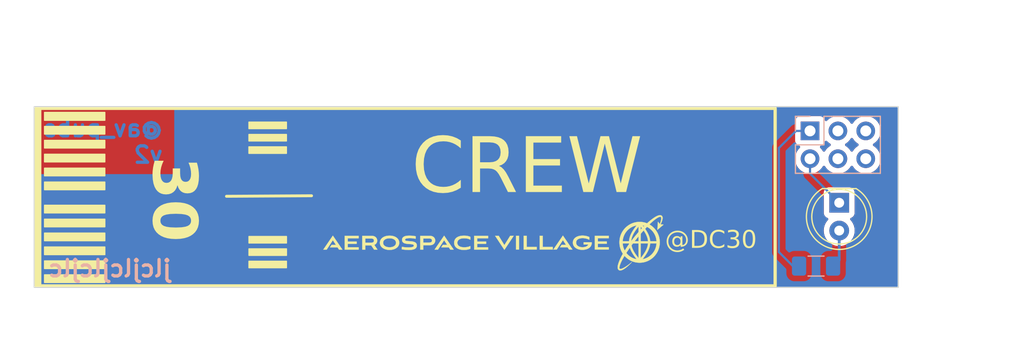
<source format=kicad_pcb>
(kicad_pcb (version 20220621) (generator pcbnew)
  (layers (0 "F.Cu" signal) (31 "B.Cu" signal) (34 "B.Paste" user) (35 "F.Paste" user) (36 "B.SilkS" user "B.Silkscreen") (37 "F.SilkS" user "F.Silkscreen") (38 "B.Mask" user) (39 "F.Mask" user) (44 "Edge.Cuts" user))
  (net 0 "")
  (footprint "LED_THT:LED_D5.0mm" (layer "F.Cu") (at 157.5 131.5 -90)
    (fp_text reference "REF**" hide)
    (fp_text value "LED_D5.0mm")
  )
  (footprint "Connector_PinHeader_2.54mm:PinHeader_2x03_P2.54mm_Vertical" (layer "B.Cu") (at 154.84 124.94 -90)
    (fp_text reference "REF**" hide)
    (fp_text value "PinHeader_2x03_P2.54mm_Vertical")
  )
  (footprint "Resistor_SMD:R_1206_3216Metric_Pad1.30x1.75mm_HandSolder" (layer "B.Cu") (at 155.39 137.28 180)
    (fp_text reference "REF**" hide)
    (fp_text value "R_1206_3216Metric_Pad1.30x1.75mm_HandSolder")
  )
  (gr_poly (pts (xy 90.559245 127.772901) (xy 85.055911 127.772901) (xy 85.055911 127.067346) (xy 90.559245 127.067346)) (stroke (width 0.1)) (fill solid) (layer "F.SilkS"))
  (gr_poly (pts (xy 107.114956 125.863793) (xy 103.688522 125.863793) (xy 103.688522 125.262231) (xy 107.114956 125.262231)) (stroke (width 0.1)) (fill solid) (layer "F.SilkS"))
  (gr_poly (pts (xy 112.212582 135.778166) (xy 111.907517 135.778166) (xy 111.767288 135.565441) (xy 111.084134 135.565441) (xy 111.230448 135.342926) (xy 111.622297 135.342926) (xy 111.342367 134.91536) (xy 111.062174 135.342926) (xy 111.062438 135.342926) (xy 110.916124 135.565441) (xy 110.914536 135.565441) (xy 110.776953 135.778166) (xy 110.471888 135.778166) (xy 111.342367 134.502609)) (stroke (width 0.02)) (fill solid) (layer "F.SilkS"))
  (gr_poly (pts (xy 107.114887 124.734902) (xy 103.688522 124.734902) (xy 103.688522 124.13334) (xy 107.114887 124.13334)) (stroke (width 0.1)) (fill solid) (layer "F.SilkS"))
  (gr_poly (pts (xy 90.559245 125.232903) (xy 85.055911 125.232903) (xy 85.055911 124.527347) (xy 90.559245 124.527347)) (stroke (width 0.1)) (fill solid) (layer "F.SilkS"))
  (gr_poly (pts (xy 113.690544 134.740205) (xy 112.695182 134.740205) (xy 112.695182 135.04527) (xy 113.510627 135.04527) (xy 113.510627 135.242914) (xy 112.695182 135.242914) (xy 112.695182 135.563059) (xy 113.690544 135.563059) (xy 113.690544 135.778166) (xy 112.422661 135.778166) (xy 112.422661 134.522718) (xy 113.690544 134.522718)) (stroke (width 0.02)) (fill solid) (layer "F.SilkS"))
  (gr_poly (pts (xy 130.47 135.537305) (xy 131.385194 135.537305) (xy 131.385194 135.772255) (xy 130.197479 135.772255) (xy 130.197479 134.516807) (xy 130.47 134.516807)) (stroke (width 0.02)) (fill solid) (layer "F.SilkS"))
  (gr_poly (pts (xy 133.183566 135.772255) (xy 132.878503 135.772255) (xy 132.738273 135.559795) (xy 132.052737 135.559795) (xy 132.199052 135.33728) (xy 132.593282 135.33728) (xy 132.313351 134.909449) (xy 131.748202 135.772255) (xy 131.442873 135.772255) (xy 132.313351 134.496963)) (stroke (width 0.02)) (fill solid) (layer "F.SilkS"))
  (gr_poly (pts (xy 126.978559 135.367178) (xy 127.508784 134.516807) (xy 127.828928 134.516807) (xy 126.978559 135.797391) (xy 126.133215 134.516807) (xy 126.456007 134.516807)) (stroke (width 0.02)) (fill solid) (layer "F.SilkS"))
  (gr_poly (pts (xy 116.511796 134.50261) (xy 116.557457 134.503318) (xy 116.602477 134.505434) (xy 116.646803 134.508943) (xy 116.690382 134.513831) (xy 116.733162 134.520083) (xy 116.775089 134.527686) (xy 116.81611 134.536625) (xy 116.856172 134.546886) (xy 116.895222 134.558455) (xy 116.933207 134.571317) (xy 116.970075 134.585458) (xy 117.005771 134.600864) (xy 117.040243 134.617521) (xy 117.073437 134.635414) (xy 117.105302 134.65453) (xy 117.135783 134.674853) (xy 117.164828 134.696371) (xy 117.192383 134.719067) (xy 117.218396 134.742929) (xy 117.242813 134.767942) (xy 117.265582 134.794092) (xy 117.28665 134.821364) (xy 117.305962 134.849745) (xy 117.323467 134.879219) (xy 117.339112 134.909773) (xy 117.352842 134.941393) (xy 117.364606 134.974064) (xy 117.37435 135.007772) (xy 117.38202 135.042503) (xy 117.387565 135.078243) (xy 117.390931 135.114977) (xy 117.392065 135.152691) (xy 117.39093 135.189962) (xy 117.387562 135.22631) (xy 117.382014 135.261717) (xy 117.374339 135.296166) (xy 117.364589 135.32964) (xy 117.352819 135.362122) (xy 117.339082 135.393595) (xy 117.32343 135.424042) (xy 117.305917 135.453446) (xy 117.286596 135.48179) (xy 117.265521 135.509057) (xy 117.242744 135.53523) (xy 117.218318 135.560292) (xy 117.192297 135.584227) (xy 117.164735 135.607016) (xy 117.135684 135.628643) (xy 117.073327 135.668343) (xy 117.005654 135.703192) (xy 116.93309 135.733052) (xy 116.85606 135.757789) (xy 116.774991 135.777265) (xy 116.690306 135.791345) (xy 116.602433 135.799892) (xy 116.511796 135.802772) (xy 116.466369 135.80205) (xy 116.421552 135.799895) (xy 116.377401 135.796325) (xy 116.33397 135.791356) (xy 116.291314 135.785004) (xy 116.249486 135.777287) (xy 116.208543 135.768222) (xy 116.168537 135.757826) (xy 116.129524 135.746115) (xy 116.091558 135.733106) (xy 116.054693 135.718816) (xy 116.018985 135.703262) (xy 115.984487 135.686461) (xy 115.951254 135.668429) (xy 115.919341 135.649184) (xy 115.888802 135.628742) (xy 115.859692 135.607121) (xy 115.832064 135.584336) (xy 115.805975 135.560406) (xy 115.781477 135.535346) (xy 115.758626 135.509174) (xy 115.737476 135.481907) (xy 115.718082 135.453561) (xy 115.700498 135.424153) (xy 115.684778 135.393701) (xy 115.670977 135.36222) (xy 115.659151 135.329728) (xy 115.649352 135.296242) (xy 115.641636 135.261778) (xy 115.636057 135.226354) (xy 115.632669 135.189986) (xy 115.631536 135.152955) (xy 115.924157 135.152955) (xy 115.924878 135.176363) (xy 115.927021 135.199201) (xy 115.930559 135.221458) (xy 115.935462 135.243123) (xy 115.941703 135.264184) (xy 115.949253 135.28463) (xy 115.958083 135.30445) (xy 115.968165 135.323632) (xy 115.97947 135.342165) (xy 115.991971 135.360037) (xy 116.005638 135.377238) (xy 116.020444 135.393755) (xy 116.03636 135.409577) (xy 116.053356 135.424693) (xy 116.071406 135.439092) (xy 116.090481 135.452761) (xy 116.131589 135.477869) (xy 116.176454 135.499924) (xy 116.224848 135.518836) (xy 116.276545 135.534513) (xy 116.331315 135.546866) (xy 116.388932 135.555802) (xy 116.449168 135.56123) (xy 116.511796 135.563059) (xy 116.543395 135.5626) (xy 116.574424 135.56123) (xy 116.604856 135.55896) (xy 116.634661 135.555802) (xy 116.663811 135.551766) (xy 116.692278 135.546866) (xy 116.720033 135.541111) (xy 116.747048 135.534513) (xy 116.773295 135.527085) (xy 116.798744 135.518836) (xy 116.823368 135.509778) (xy 116.847139 135.499924) (xy 116.870026 135.489283) (xy 116.892004 135.477869) (xy 116.913042 135.465691) (xy 116.933112 135.452761) (xy 116.952186 135.439092) (xy 116.970236 135.424693) (xy 116.987233 135.409577) (xy 117.003149 135.393755) (xy 117.017954 135.377238) (xy 117.031622 135.360037) (xy 117.044122 135.342165) (xy 117.055428 135.323632) (xy 117.06551 135.30445) (xy 117.07434 135.28463) (xy 117.08189 135.264184) (xy 117.08813 135.243123) (xy 117.093034 135.221458) (xy 117.096571 135.199201) (xy 117.098715 135.176363) (xy 117.099435 135.152955) (xy 117.098715 135.129129) (xy 117.096571 135.105925) (xy 117.093034 135.083353) (xy 117.08813 135.06142) (xy 117.08189 135.040137) (xy 117.07434 135.019512) (xy 117.06551 134.999553) (xy 117.055428 134.980269) (xy 117.044122 134.96167) (xy 117.031622 134.943763) (xy 117.017954 134.926558) (xy 117.003149 134.910063) (xy 116.987233 134.894288) (xy 116.970236 134.87924) (xy 116.952186 134.864929) (xy 116.933112 134.851363) (xy 116.892004 134.826504) (xy 116.847139 134.804731) (xy 116.798744 134.786116) (xy 116.747048 134.770728) (xy 116.692278 134.758637) (xy 116.634661 134.749914) (xy 116.574424 134.744629) (xy 116.511796 134.742851) (xy 116.480197 134.743297) (xy 116.449168 134.744629) (xy 116.418737 134.746837) (xy 116.388932 134.749914) (xy 116.359782 134.75385) (xy 116.331315 134.758637) (xy 116.30356 134.764266) (xy 116.276545 134.770728) (xy 116.250298 134.778014) (xy 116.224848 134.786116) (xy 116.200224 134.795024) (xy 116.176454 134.804731) (xy 116.153566 134.815227) (xy 116.131589 134.826504) (xy 116.110551 134.838552) (xy 116.090481 134.851363) (xy 116.071406 134.864929) (xy 116.053356 134.87924) (xy 116.03636 134.894288) (xy 116.020444 134.910063) (xy 116.005638 134.926558) (xy 115.991971 134.943763) (xy 115.97947 134.96167) (xy 115.968165 134.980269) (xy 115.958083 134.999553) (xy 115.949253 135.019512) (xy 115.941703 135.040137) (xy 115.935462 135.06142) (xy 115.930559 135.083353) (xy 115.927021 135.105925) (xy 115.924878 135.129129) (xy 115.924157 135.152955) (xy 115.631536 135.152955) (xy 115.631528 135.152691) (xy 115.632669 135.114977) (xy 115.636057 135.078243) (xy 115.641636 135.042503) (xy 115.649352 135.007772) (xy 115.659151 134.974064) (xy 115.670977 134.941393) (xy 115.684778 134.909773) (xy 115.700498 134.879219) (xy 115.718082 134.849745) (xy 115.737476 134.821364) (xy 115.758626 134.794092) (xy 115.781477 134.767942) (xy 115.805975 134.742929) (xy 115.832064 134.719067) (xy 115.859692 134.69637) (xy 115.888802 134.674853) (xy 115.951254 134.635414) (xy 116.018985 134.600864) (xy 116.091558 134.571317) (xy 116.168537 134.546886) (xy 116.249486 134.527686) (xy 116.33397 134.513831) (xy 116.421552 134.505434) (xy 116.511796 134.502609)) (stroke (width 0.02)) (fill solid) (layer "F.SilkS"))
  (gr_poly (pts (xy 107.117819 135.177122) (xy 103.691454 135.177122) (xy 103.691454 134.57556) (xy 107.117819 134.57556)) (stroke (width 0.1)) (fill solid) (layer "F.SilkS"))
  (gr_poly (pts (xy 107.116421 137.434901) (xy 103.689987 137.434901) (xy 103.689987 136.833341) (xy 107.116421 136.833341)) (stroke (width 0.1)) (fill solid) (layer "F.SilkS"))
  (gr_poly (pts (xy 118.365137 134.503037) (xy 118.41204 134.504268) (xy 118.458096 134.506225) (xy 118.503113 134.508831) (xy 118.589269 134.515683) (xy 118.668978 134.524206) (xy 118.740713 134.533783) (xy 118.802944 134.543798) (xy 118.854143 134.553632) (xy 118.892782 134.56267) (xy 118.880347 134.790212) (xy 118.835179 134.778287) (xy 118.784262 134.767098) (xy 118.727677 134.756907) (xy 118.665506 134.747977) (xy 118.597827 134.740574) (xy 118.524722 134.734959) (xy 118.446272 134.731397) (xy 118.362557 134.730151) (xy 118.321309 134.730463) (xy 118.280335 134.73147) (xy 118.239964 134.733278) (xy 118.200525 134.735993) (xy 118.162348 134.739719) (xy 118.125762 134.744564) (xy 118.091097 134.750633) (xy 118.074588 134.75416) (xy 118.058683 134.758032) (xy 118.043422 134.762263) (xy 118.028848 134.766866) (xy 118.015001 134.771854) (xy 118.001922 134.777241) (xy 117.989653 134.78304) (xy 117.978235 134.789264) (xy 117.967709 134.795926) (xy 117.958116 134.80304) (xy 117.949497 134.810618) (xy 117.941894 134.818674) (xy 117.935348 134.827222) (xy 117.929899 134.836273) (xy 117.92559 134.845843) (xy 117.922461 134.855943) (xy 117.920553 134.866587) (xy 117.919908 134.877789) (xy 117.91991 134.877789) (xy 117.922995 134.900517) (xy 117.931988 134.920117) (xy 117.946496 134.93686) (xy 117.966123 134.951018) (xy 117.990477 134.962862) (xy 118.019164 134.972664) (xy 118.051788 134.980695) (xy 118.087958 134.987227) (xy 118.169354 134.996878) (xy 118.260201 135.00379) (xy 118.457643 135.018084) (xy 118.557935 135.02981) (xy 118.655072 135.047484) (xy 118.701473 135.05923) (xy 118.745904 135.073278) (xy 118.78797 135.089899) (xy 118.827278 135.109365) (xy 118.863434 135.131947) (xy 118.896044 135.157916) (xy 118.924714 135.187545) (xy 118.94905 135.221104) (xy 118.968658 135.258865) (xy 118.983145 135.3011) (xy 118.992116 135.34808) (xy 118.995177 135.400076) (xy 118.994097 135.431819) (xy 118.990907 135.461892) (xy 118.985677 135.490336) (xy 118.978481 135.517197) (xy 118.969388 135.542516) (xy 118.958473 135.566339) (xy 118.945805 135.588708) (xy 118.931458 135.609667) (xy 118.915502 135.62926) (xy 118.898011 135.647529) (xy 118.879055 135.664519) (xy 118.858706 135.680273) (xy 118.837037 135.694834) (xy 118.814119 135.708246) (xy 118.764824 135.731797) (xy 118.711396 135.751274) (xy 118.65441 135.767025) (xy 118.59444 135.779398) (xy 118.532061 135.788741) (xy 118.467849 135.795401) (xy 118.402377 135.799728) (xy 118.336221 135.802069) (xy 118.269955 135.802772) (xy 118.188269 135.801856) (xy 118.105169 135.799163) (xy 118.021598 135.794777) (xy 117.938498 135.788782) (xy 117.856812 135.781262) (xy 117.777482 135.772299) (xy 117.701452 135.761979) (xy 117.629663 135.750384) (xy 117.639717 135.522843) (xy 117.713312 135.535208) (xy 117.78616 135.545915) (xy 117.858703 135.554966) (xy 117.931387 135.562365) (xy 118.004653 135.568114) (xy 118.078945 135.572216) (xy 118.154708 135.574676) (xy 118.232383 135.575495) (xy 118.280803 135.575123) (xy 118.328327 135.573935) (xy 118.374647 135.571822) (xy 118.419456 135.568673) (xy 118.462446 135.564381) (xy 118.503311 135.558835) (xy 118.541742 135.551927) (xy 118.559949 135.547927) (xy 118.577433 135.543546) (xy 118.594155 135.53877) (xy 118.610076 135.533585) (xy 118.625158 135.527976) (xy 118.639364 135.521932) (xy 118.652653 135.515438) (xy 118.664989 135.50848) (xy 118.676332 135.501045) (xy 118.686644 135.493118) (xy 118.695887 135.484688) (xy 118.704022 135.475738) (xy 118.711011 135.466257) (xy 118.716815 135.456231) (xy 118.721396 135.445645) (xy 118.724716 135.434486) (xy 118.726737 135.422741) (xy 118.727419 135.410395) (xy 118.724327 135.385652) (xy 118.715316 135.364224) (xy 118.70078 135.345831) (xy 118.681113 135.330198) (xy 118.656711 135.317047) (xy 118.627968 135.306101) (xy 118.595278 135.297083) (xy 118.559036 135.289716) (xy 118.477476 135.278827) (xy 118.386444 135.271217) (xy 118.188594 135.25697) (xy 118.088091 135.245899) (xy 117.990744 135.229241) (xy 117.944242 135.218124) (xy 117.899713 135.204779) (xy 117.857551 135.18893) (xy 117.818152 135.170298) (xy 117.781911 135.148607) (xy 117.749221 135.12358) (xy 117.720477 135.09494) (xy 117.696075 135.062409) (xy 117.676408 135.025711) (xy 117.661872 134.984569) (xy 117.652861 134.938705) (xy 117.64977 134.887843) (xy 117.650883 134.856801) (xy 117.654165 134.827444) (xy 117.659525 134.799726) (xy 117.666875 134.7736) (xy 117.676124 134.74902) (xy 117.687184 134.725942) (xy 117.699965 134.704319) (xy 117.714378 134.684105) (xy 117.730333 134.665255) (xy 117.747742 134.647722) (xy 117.766514 134.631462) (xy 117.786561 134.616427) (xy 117.807794 134.602572) (xy 117.830122 134.589852) (xy 117.877708 134.567631) (xy 117.928606 134.549397) (xy 117.982101 134.534784) (xy 118.037478 134.523425) (xy 118.094022 134.514954) (xy 118.151018 134.509003) (xy 118.207753 134.505207) (xy 118.263511 134.503198) (xy 118.317578 134.502609)) (stroke (width 0.02)) (fill solid) (layer "F.SilkS"))
  (gr_poly (pts (xy 90.559245 129.042901) (xy 85.055911 129.042901) (xy 85.055911 128.337345) (xy 90.559245 128.337345)) (stroke (width 0.1)) (fill solid) (layer "F.SilkS"))
  (gr_poly (pts (xy 128.311529 135.772255) (xy 128.039008 135.772255) (xy 128.039008 134.516807) (xy 128.311529 134.516807)) (stroke (width 0.02)) (fill solid) (layer "F.SilkS"))
  (gr_poly (pts (xy 129.009499 135.537305) (xy 129.924694 135.537305) (xy 129.924694 135.772255) (xy 128.736715 135.772255) (xy 128.736715 134.516807) (xy 129.009499 134.516807)) (stroke (width 0.02)) (fill solid) (layer "F.SilkS"))
  (gr_rect (start 84.25 122.88) (end 84.62 139.07) (stroke (width 0.3)) (fill solid) (layer "F.SilkS"))
  (gr_poly (pts (xy 114.919035 134.523399) (xy 114.950836 134.525407) (xy 114.981353 134.528693) (xy 115.010602 134.533206) (xy 115.038598 134.538895) (xy 115.065359 134.54571) (xy 115.0909 134.553601) (xy 115.115239 134.562517) (xy 115.138391 134.572408) (xy 115.160373 134.583223) (xy 115.181202 134.594912) (xy 115.200894 134.607424) (xy 115.219465 134.62071) (xy 115.236932 134.634718) (xy 115.253311 134.649398) (xy 115.268619 134.6647) (xy 115.282871 134.680573) (xy 115.296085 134.696967) (xy 115.308277 134.713832) (xy 115.319463 134.731116) (xy 115.32966 134.74877) (xy 115.338885 134.766743) (xy 115.347152 134.784985) (xy 115.35448 134.803445) (xy 115.360884 134.822073) (xy 115.366381 134.840818) (xy 115.374719 134.878459) (xy 115.379625 134.915964) (xy 115.381232 134.95293) (xy 115.380345 134.981629) (xy 115.377647 135.010475) (xy 115.373083 135.039318) (xy 115.366597 135.068008) (xy 115.358132 135.096393) (xy 115.353141 135.110425) (xy 115.347634 135.124325) (xy 115.341604 135.138073) (xy 115.335045 135.151651) (xy 115.32795 135.165041) (xy 115.320312 135.178223) (xy 115.312123 135.191179) (xy 115.303376 135.203889) (xy 115.294065 135.216336) (xy 115.284184 135.2285) (xy 115.273723 135.240362) (xy 115.262678 135.251905) (xy 115.25104 135.263108) (xy 115.238803 135.273953) (xy 115.22596 135.284421) (xy 115.212504 135.294494) (xy 115.198428 135.304152) (xy 115.183725 135.313378) (xy 115.168387 135.322151) (xy 115.152409 135.330454) (xy 115.135782 135.338267) (xy 115.118501 135.345572) (xy 115.408483 135.778166) (xy 115.103418 135.778166) (xy 114.838306 135.385524) (xy 114.300673 135.385524) (xy 114.300673 135.778166) (xy 114.028152 135.778166) (xy 114.028152 135.145282) (xy 114.300938 135.145282) (xy 114.846245 135.145282) (xy 114.865191 135.144986) (xy 114.883154 135.144111) (xy 114.900157 135.142677) (xy 114.916226 135.140707) (xy 114.931387 135.138221) (xy 114.945663 135.13524) (xy 114.959082 135.131785) (xy 114.971666 135.127878) (xy 114.983442 135.123539) (xy 114.994435 135.118789) (xy 115.004669 135.113649) (xy 115.01417 135.108141) (xy 115.022963 135.102285) (xy 115.031073 135.096102) (xy 115.038525 135.089614) (xy 115.045344 135.082841) (xy 115.051556 135.075804) (xy 115.057185 135.068526) (xy 115.062256 135.061025) (xy 115.066795 135.053324) (xy 115.070827 135.045444) (xy 115.074376 135.037405) (xy 115.077468 135.029229) (xy 115.080129 135.020937) (xy 115.082382 135.012549) (xy 115.084253 135.004087) (xy 115.086951 134.987023) (xy 115.088422 134.969915) (xy 115.088868 134.95293) (xy 115.088422 134.93722) (xy 115.086951 134.921169) (xy 115.084253 134.904965) (xy 115.080128 134.888794) (xy 115.074376 134.872843) (xy 115.070826 134.865008) (xy 115.066795 134.857299) (xy 115.062256 134.849738) (xy 115.057184 134.842349) (xy 115.051555 134.835155) (xy 115.045344 134.828179) (xy 115.038525 134.821446) (xy 115.031073 134.814977) (xy 115.022963 134.808797) (xy 115.01417 134.802929) (xy 115.004668 134.797396) (xy 114.994434 134.792222) (xy 114.983442 134.78743) (xy 114.971666 134.783043) (xy 114.959081 134.779085) (xy 114.945663 134.775579) (xy 114.931387 134.772548) (xy 114.916226 134.770015) (xy 114.900157 134.768005) (xy 114.883154 134.766541) (xy 114.865191 134.765645) (xy 114.846245 134.765341) (xy 114.300938 134.765341) (xy 114.300938 135.145282) (xy 114.028152 135.145282) (xy 114.028152 134.522718) (xy 114.885931 134.522718)) (stroke (width 0.02)) (fill solid) (layer "F.SilkS"))
  (gr_poly (pts (xy 139.630668 133.966349) (xy 139.630825 133.966566) (xy 139.631138 133.967011) (xy 139.640692 133.980743) (xy 139.641338 133.981681) (xy 139.651637 133.996975) (xy 139.661878 134.012321) (xy 139.672217 134.027596) (xy 139.586578 134.123355) (xy 139.50153 134.219574) (xy 139.476067 134.248748) (xy 139.450802 134.278106) (xy 139.400451 134.336983) (xy 139.400451 133.963569) (xy 139.463772 133.895148) (xy 139.495621 133.861105) (xy 139.527675 133.82725)) (stroke (width 0.02)) (fill solid) (layer "F.SilkS"))
  (gr_poly (pts (xy 139.746369 133.608619) (xy 139.747922 133.609072) (xy 139.74841 133.60921) (xy 139.760131 133.612605) (xy 139.761256 133.612944) (xy 139.761931 133.613159) (xy 139.822892 133.633679) (xy 139.88192 133.656388) (xy 139.883367 133.656972) (xy 139.884807 133.65757) (xy 139.942615 133.682667) (xy 139.977976 133.699823) (xy 139.934964 133.74453) (xy 139.892162 133.789468) (xy 139.8496 133.834653) (xy 139.8073 133.880111) (xy 139.807299 133.880111) (xy 139.806586 133.879069) (xy 139.806059 133.87835) (xy 139.777403 133.838002) (xy 139.747984 133.797473) (xy 139.718379 133.757504) (xy 139.68865 133.718106) (xy 139.682524 133.71018) (xy 139.676406 133.702425) (xy 139.671653 133.696419) (xy 139.665571 133.688654) (xy 139.664156 133.686841) (xy 139.68389 133.666987) (xy 139.703705 133.647206) (xy 139.743475 133.607781)) (stroke (width 0.02)) (fill solid) (layer "F.SilkS"))
  (gr_poly (pts (xy 90.559245 136.239568) (xy 85.055911 136.239568) (xy 85.055911 135.534012) (xy 90.559245 135.534012)) (stroke (width 0.1)) (fill solid) (layer "F.SilkS"))
  (gr_poly (pts (xy 90.559245 126.502903) (xy 85.055911 126.502903) (xy 85.055911 125.797347) (xy 90.559245 125.797347)) (stroke (width 0.1)) (fill solid) (layer "F.SilkS"))
  (gr_poly (pts (xy 90.559245 134.969567) (xy 85.055911 134.969567) (xy 85.055911 134.264011) (xy 90.559245 134.264011)) (stroke (width 0.1)) (fill solid) (layer "F.SilkS"))
  (gr_poly (pts (xy 134.133334 134.497282) (xy 134.177298 134.499019) (xy 134.220814 134.501891) (xy 134.263834 134.505881) (xy 134.306312 134.51097) (xy 134.3482 134.517139) (xy 134.389451 134.524372) (xy 134.430017 134.532649) (xy 134.469852 134.541952) (xy 134.508907 134.552264) (xy 134.547137 134.563565) (xy 134.584492 134.575838) (xy 134.620927 134.589064) (xy 134.656394 134.603226) (xy 134.690845 134.618305) (xy 134.724233 134.634282) (xy 134.724233 134.876905) (xy 134.657634 134.846758) (xy 134.588709 134.818639) (xy 134.553237 134.805531) (xy 134.517019 134.793161) (xy 134.479999 134.781605) (xy 134.442122 134.770939) (xy 134.403334 134.761241) (xy 134.363579 134.752587) (xy 134.322803 134.745054) (xy 134.28095 134.738718) (xy 134.237965 134.733657) (xy 134.193793 134.729946) (xy 134.14838 134.727664) (xy 134.10167 134.726886) (xy 134.053065 134.728003) (xy 134.003293 134.731481) (xy 133.952947 134.737509) (xy 133.902621 134.746279) (xy 133.852909 134.757981) (xy 133.828469 134.76499) (xy 133.804405 134.772804) (xy 133.780791 134.781446) (xy 133.757702 134.79094) (xy 133.735212 134.801309) (xy 133.713395 134.812578) (xy 133.692324 134.82477) (xy 133.672076 134.837909) (xy 133.652723 134.852019) (xy 133.63434 134.867123) (xy 133.617001 134.883246) (xy 133.60078 134.900411) (xy 133.585752 134.918641) (xy 133.571991 134.937962) (xy 133.559571 134.958396) (xy 133.548566 134.979967) (xy 133.53905 135.002699) (xy 133.531098 135.026616) (xy 133.524784 135.051742) (xy 133.520182 135.0781) (xy 133.517367 135.105715) (xy 133.516412 135.134609) (xy 133.517132 135.159364) (xy 133.519272 135.183466) (xy 133.522803 135.206907) (xy 133.527696 135.229679) (xy 133.533922 135.251772) (xy 133.541451 135.273178) (xy 133.550255 135.293888) (xy 133.560303 135.313893) (xy 133.571568 135.333185) (xy 133.584019 135.351754) (xy 133.597627 135.369593) (xy 133.612364 135.386691) (xy 133.628199 135.403041) (xy 133.645104 135.418634) (xy 133.66305 135.43346) (xy 133.682007 135.447512) (xy 133.701946 135.46078) (xy 133.722839 135.473255) (xy 133.767365 135.495794) (xy 133.815352 135.515057) (xy 133.866566 135.530975) (xy 133.920774 135.543479) (xy 133.977742 135.552496) (xy 134.037236 135.557958) (xy 134.099023 135.559794) (xy 134.136177 135.559099) (xy 134.174302 135.556935) (xy 134.21308 135.553186) (xy 134.252192 135.547735) (xy 134.29132 135.540466) (xy 134.330144 135.531261) (xy 134.368347 135.520005) (xy 134.40561 135.50658) (xy 134.423789 135.499018) (xy 134.441613 135.49087) (xy 134.459044 135.482122) (xy 134.47604 135.472758) (xy 134.492562 135.462765) (xy 134.50857 135.452128) (xy 134.524024 135.440832) (xy 134.538885 135.428863) (xy 134.553113 135.416205) (xy 134.566668 135.402846) (xy 134.579509 135.388769) (xy 134.591598 135.37396) (xy 134.602894 135.358405) (xy 134.613358 135.34209) (xy 134.62295 135.324998) (xy 134.631629 135.307117) (xy 134.199036 135.307117) (xy 134.199036 135.104446) (xy 134.936695 135.104446) (xy 134.936809 135.112576) (xy 134.937109 135.120272) (xy 134.938018 135.135403) (xy 134.938504 135.143359) (xy 134.938928 135.151923) (xy 134.939227 135.161355) (xy 134.939341 135.171915) (xy 134.938172 135.209581) (xy 134.934708 135.246127) (xy 134.929014 135.281549) (xy 134.921153 135.315841) (xy 134.911192 135.348998) (xy 134.899194 135.381016) (xy 134.885224 135.411889) (xy 134.869346 135.441612) (xy 134.851626 135.470181) (xy 134.832127 135.497591) (xy 134.810914 135.523836) (xy 134.788053 135.548911) (xy 134.763606 135.572812) (xy 134.73764 135.595533) (xy 134.710218 135.617069) (xy 134.681405 135.637417) (xy 134.619866 135.674522) (xy 134.553538 135.70681) (xy 134.482938 135.73424) (xy 134.408583 135.756773) (xy 134.330989 135.774367) (xy 134.250674 135.786984) (xy 134.168153 135.794584) (xy 134.083944 135.797126) (xy 134.041228 135.796446) (xy 133.998896 135.794411) (xy 133.957012 135.791029) (xy 133.915641 135.786307) (xy 133.874846 135.780254) (xy 133.834689 135.772878) (xy 133.795236 135.764185) (xy 133.75655 135.754185) (xy 133.718695 135.742884) (xy 133.681734 135.73029) (xy 133.64573 135.716412) (xy 133.610749 135.701257) (xy 133.576853 135.684833) (xy 133.544106 135.667148) (xy 133.512571 135.648209) (xy 133.482314 135.628024) (xy 133.453396 135.606601) (xy 133.425883 135.583949) (xy 133.399837 135.560074) (xy 133.375322 135.534984) (xy 133.352403 135.508688) (xy 133.331142 135.481193) (xy 133.311604 135.452507) (xy 133.293852 135.422637) (xy 133.27795 135.391592) (xy 133.263961 135.359379) (xy 133.25195 135.326007) (xy 133.24198 135.291482) (xy 133.234114 135.255813) (xy 133.228417 135.219007) (xy 133.224952 135.181073) (xy 133.223783 135.142018) (xy 133.225023 135.101221) (xy 133.228692 135.061824) (xy 133.234713 135.02382) (xy 133.24301 134.987201) (xy 133.253506 134.95196) (xy 133.266126 134.918092) (xy 133.280792 134.885589) (xy 133.297428 134.854444) (xy 133.315958 134.824651) (xy 133.336305 134.796202) (xy 133.358393 134.769092) (xy 133.382145 134.743312) (xy 133.407485 134.718856) (xy 133.434337 134.695717) (xy 133.462623 134.67389) (xy 133.492268 134.653365) (xy 133.555328 134.6162) (xy 133.622905 134.584168) (xy 133.694387 134.557214) (xy 133.769162 134.535282) (xy 133.84662 134.51832) (xy 133.926148 134.506272) (xy 134.007135 134.499083) (xy 134.088969 134.496699)) (stroke (width 0.02)) (fill solid) (layer "F.SilkS"))
  (gr_poly (pts (xy 138.667325 135.255053) (xy 138.632146 135.302416) (xy 138.597176 135.349927) (xy 138.562442 135.397551) (xy 138.561759 135.39478) (xy 138.545097 135.302517) (xy 138.544999 135.301885) (xy 138.544917 135.301285) (xy 138.534468 135.207834) (xy 138.702716 135.207834)) (stroke (width 0.02)) (fill solid) (layer "F.SilkS"))
  (gr_poly (pts (xy 90.559245 138.77957) (xy 85.055911 138.77957) (xy 85.055911 138.074014) (xy 90.559245 138.074014)) (stroke (width 0.1)) (fill solid) (layer "F.SilkS"))
  (gr_poly (pts (xy 107.113495 126.992681) (xy 103.687061 126.992681) (xy 103.687061 126.39112) (xy 107.113495 126.39112)) (stroke (width 0.1)) (fill solid) (layer "F.SilkS"))
  (gr_line (start 101.64591 130.90832) (end 109.4 130.86) (stroke (width 0.264583)) (layer "F.SilkS"))
  (gr_poly (pts (xy 141.167111 132.635449) (xy 141.172625 132.635545) (xy 141.178177 132.635721) (xy 141.183765 132.635981) (xy 141.189391 132.636328) (xy 141.195054 132.636764) (xy 141.200754 132.637291) (xy 141.206491 132.637913) (xy 141.21217 132.638575) (xy 141.217899 132.639386) (xy 141.223676 132.64037) (xy 141.229503 132.641553) (xy 141.23538 132.64296) (xy 141.241306 132.644614) (xy 141.244288 132.645542) (xy 141.247283 132.646541) (xy 141.25029 132.647614) (xy 141.25331 132.648765) (xy 141.276615 132.65724) (xy 141.279492 132.658764) (xy 141.282363 132.660352) (xy 141.285228 132.661996) (xy 141.288084 132.663686) (xy 141.290926 132.665414) (xy 141.293754 132.667169) (xy 141.299353 132.670728) (xy 141.304903 132.674273) (xy 141.310404 132.677846) (xy 141.31312 132.67968) (xy 141.315806 132.681567) (xy 141.318454 132.683522) (xy 141.321057 132.685559) (xy 141.339558 132.704317) (xy 141.341969 132.70663) (xy 141.34425 132.709) (xy 141.346413 132.711423) (xy 141.348468 132.713894) (xy 141.350427 132.716409) (xy 141.352303 132.718963) (xy 141.354105 132.721551) (xy 141.355847 132.724168) (xy 141.359193 132.729473) (xy 141.362432 132.734839) (xy 141.365658 132.74023) (xy 141.368961 132.745607) (xy 141.37439 132.756594) (xy 141.379189 132.767526) (xy 141.383395 132.778398) (xy 141.387043 132.789205) (xy 141.390166 132.799942) (xy 141.3928 132.810604) (xy 141.39498 132.821186) (xy 141.396741 132.831683) (xy 141.398117 132.84209) (xy 141.399143 132.852402) (xy 141.399855 132.862615) (xy 141.400288 132.872722) (xy 141.400452 132.892603) (xy 141.399916 132.912005) (xy 141.398719 132.931207) (xy 141.396947 132.95013) (xy 141.394646 132.968787) (xy 141.391864 132.987193) (xy 141.388649 133.005364) (xy 141.385046 133.023314) (xy 141.381103 133.041058) (xy 141.376868 133.058611) (xy 141.361529 133.114113) (xy 141.34439 133.16856) (xy 141.32561 133.22204) (xy 141.305345 133.274638) (xy 141.283752 133.326443) (xy 141.260991 133.377541) (xy 141.237217 133.428019) (xy 141.212588 133.477965) (xy 141.486422 133.497034) (xy 140.923924 133.971423) (xy 140.976582 133.237463) (xy 141.150111 133.444376) (xy 141.168658 133.39379) (xy 141.186463 133.343058) (xy 141.203332 133.292208) (xy 141.21907 133.241266) (xy 141.233481 133.190263) (xy 141.246369 133.139227) (xy 141.257539 133.088185) (xy 141.266796 133.037165) (xy 141.269125 133.021109) (xy 141.271132 133.005107) (xy 141.272792 132.989192) (xy 141.27408 132.973394) (xy 141.274972 132.957746) (xy 141.275441 132.942277) (xy 141.275463 132.92702) (xy 141.275013 132.912005) (xy 141.274647 132.904636) (xy 141.274141 132.897326) (xy 141.273495 132.890098) (xy 141.272705 132.882973) (xy 141.271769 132.875972) (xy 141.270685 132.869118) (xy 141.26945 132.862431) (xy 141.268063 132.855933) (xy 141.26652 132.849646) (xy 141.264821 132.843591) (xy 141.262961 132.837791) (xy 141.26094 132.832266) (xy 141.258755 132.827039) (xy 141.256403 132.82213) (xy 141.253882 132.817561) (xy 141.25119 132.813355) (xy 141.248397 132.809594) (xy 141.24556 132.806143) (xy 141.242662 132.802989) (xy 141.239684 132.800119) (xy 141.236606 132.797519) (xy 141.233411 132.795178) (xy 141.23008 132.793083) (xy 141.226593 132.791221) (xy 141.222933 132.789578) (xy 141.219081 132.788143) (xy 141.215018 132.786903) (xy 141.210725 132.785845) (xy 141.206184 132.784955) (xy 141.201375 132.784223) (xy 141.196282 132.783634) (xy 141.190884 132.783176) (xy 141.185243 132.783064) (xy 141.179438 132.783128) (xy 141.17348 132.783367) (xy 141.16738 132.783783) (xy 141.161146 132.784378) (xy 141.154788 132.785152) (xy 141.148318 132.786107) (xy 141.141745 132.787244) (xy 141.135078 132.788563) (xy 141.128329 132.790067) (xy 141.121507 132.791755) (xy 141.114622 132.793631) (xy 141.107684 132.795694) (xy 141.100703 132.797945) (xy 141.093689 132.800387) (xy 141.086653 132.803019) (xy 141.072555 132.808135) (xy 141.058444 132.813645) (xy 141.044326 132.81953) (xy 141.030206 132.825769) (xy 141.001985 132.839232) (xy 140.973829 132.853872) (xy 140.945784 132.869529) (xy 140.917898 132.886043) (xy 140.890218 132.903252) (xy 140.862791 132.920997) (xy 140.835394 132.939175) (xy 140.808169 132.957773) (xy 140.781113 132.976763) (xy 140.754221 132.996117) (xy 140.72749 133.015805) (xy 140.700917 133.035799) (xy 140.674498 133.056072) (xy 140.64823 133.076594) (xy 140.59621 133.118616) (xy 140.544716 133.161494) (xy 140.493729 133.205167) (xy 140.443232 133.249572) (xy 140.393205 133.294646) (xy 140.343632 133.340328) (xy 140.294494 133.386555) (xy 140.245774 133.433265) (xy 140.239518 133.439235) (xy 140.233312 133.445261) (xy 140.220993 133.457415) (xy 140.208701 133.469599) (xy 140.196333 133.481672) (xy 140.257433 133.517245) (xy 140.332016 133.565665) (xy 140.404083 133.617565) (xy 140.473519 133.672831) (xy 140.540208 133.731344) (xy 140.604037 133.792989) (xy 140.664888 133.857648) (xy 140.722648 133.925205) (xy 140.777201 133.995543) (xy 140.828432 134.068546) (xy 140.876226 134.144096) (xy 140.920468 134.222077) (xy 140.961043 134.302373) (xy 140.997836 134.384866) (xy 141.030731 134.46944) (xy 141.059614 134.555978) (xy 141.084368 134.644364) (xy 141.104881 134.73448) (xy 141.121035 134.826211) (xy 141.132716 134.919438) (xy 141.139809 135.014047) (xy 141.142199 135.109919) (xy 141.139809 135.205791) (xy 141.132716 135.3004) (xy 141.121035 135.393628) (xy 141.104881 135.485358) (xy 141.084368 135.575475) (xy 141.059614 135.66386) (xy 141.030731 135.750398) (xy 140.997836 135.834972) (xy 140.961043 135.917466) (xy 140.920468 135.997761) (xy 140.876226 136.075742) (xy 140.828432 136.151293) (xy 140.777201 136.224295) (xy 140.722648 136.294633) (xy 140.664888 136.36219) (xy 140.604037 136.426849) (xy 140.540208 136.488494) (xy 140.473519 136.547007) (xy 140.404083 136.602273) (xy 140.332016 136.654173) (xy 140.257433 136.702593) (xy 140.180448 136.747414) (xy 140.101178 136.788521) (xy 140.019737 136.825796) (xy 139.936241 136.859122) (xy 139.850803 136.888384) (xy 139.763541 136.913464) (xy 139.674568 136.934246) (xy 139.583999 136.950613) (xy 139.491951 136.962448) (xy 139.398537 136.969635) (xy 139.303874 136.972056) (xy 139.20921 136.969635) (xy 139.115794 136.962448) (xy 139.023742 136.950613) (xy 138.933169 136.934246) (xy 138.84419 136.913464) (xy 138.75692 136.888384) (xy 138.671475 136.859122) (xy 138.587969 136.825796) (xy 138.506519 136.788521) (xy 138.427238 136.747414) (xy 138.350243 136.702593) (xy 138.275648 136.654174) (xy 138.203569 136.602273) (xy 138.134122 136.547007) (xy 138.06742 136.488494) (xy 138.003579 136.42685) (xy 137.942715 136.36219) (xy 137.884943 136.294633) (xy 137.830378 136.224295) (xy 137.781931 136.155276) (xy 137.780808 136.153616) (xy 137.780789 136.15365) (xy 137.779135 136.151293) (xy 137.73133 136.075742) (xy 137.687077 135.997761) (xy 137.646491 135.917466) (xy 137.624124 135.867328) (xy 137.949532 135.867328) (xy 137.95805 135.883068) (xy 137.962349 135.890914) (xy 137.96674 135.898696) (xy 137.974855 135.912624) (xy 137.983106 135.926453) (xy 137.991494 135.940188) (xy 138.00002 135.953835) (xy 138.008682 135.967391) (xy 138.017479 135.98085) (xy 138.026409 135.994212) (xy 138.03547 136.007475) (xy 138.044665 136.020636) (xy 138.053996 136.033697) (xy 138.063456 136.046656) (xy 138.072455 136.05873) (xy 138.073027 136.059522) (xy 138.073822 136.060535) (xy 138.077575 136.06543) (xy 138.082182 136.071289) (xy 138.091435 136.082974) (xy 138.091442 136.082963) (xy 138.112606 136.109902) (xy 138.15416 136.158562) (xy 138.197628 136.205442) (xy 138.242949 136.25048) (xy 138.290062 136.293615) (xy 138.338904 136.334788) (xy 138.389416 136.373935) (xy 138.441535 136.410997) (xy 138.495201 136.445913) (xy 138.550353 136.478621) (xy 138.606929 136.509061) (xy 138.664868 136.537171) (xy 138.72411 136.562891) (xy 138.784591 136.586159) (xy 138.846253 136.606915) (xy 138.909033 136.625098) (xy 138.97287 136.640646) (xy 139.037703 136.653498) (xy 139.56978 136.653498) (xy 139.634613 136.640646) (xy 139.69845 136.625098) (xy 139.76123 136.606915) (xy 139.822892 136.586159) (xy 139.883374 136.562891) (xy 139.942615 136.537171) (xy 140.000554 136.509061) (xy 140.05713 136.478621) (xy 140.112282 136.445913) (xy 140.165948 136.410997) (xy 140.268579 136.334788) (xy 140.364534 136.25048) (xy 140.453323 136.158562) (xy 140.534457 136.059522) (xy 140.607446 135.953849) (xy 140.640733 135.898676) (xy 140.6718 135.842029) (xy 140.700586 135.783966) (xy 140.727031 135.72455) (xy 140.751071 135.663842) (xy 140.772648 135.601902) (xy 140.791698 135.538791) (xy 140.808162 135.474571) (xy 140.821978 135.409303) (xy 140.833084 135.343046) (xy 140.84142 135.275863) (xy 140.846924 135.207815) (xy 140.266428 135.207815) (xy 140.262343 135.260014) (xy 140.256479 135.31183) (xy 140.239674 135.414288) (xy 140.21652 135.515132) (xy 140.187528 135.614306) (xy 140.153208 135.711753) (xy 140.11407 135.807416) (xy 140.070622 135.901238) (xy 140.023375 135.993164) (xy 139.972838 136.083137) (xy 139.919522 136.1711) (xy 139.863934 136.256996) (xy 139.806586 136.340769) (xy 139.747987 136.422362) (xy 139.688647 136.501719) (xy 139.56978 136.653498) (xy 139.037703 136.653498) (xy 138.919108 136.501709) (xy 138.801678 136.340732) (xy 138.744625 136.256943) (xy 138.689334 136.17103) (xy 138.636293 136.083052) (xy 138.585993 135.993065) (xy 138.538924 135.901129) (xy 138.495576 135.807299) (xy 138.456439 135.711635) (xy 138.422001 135.614194) (xy 138.392779 135.515118) (xy 138.398617 135.536427) (xy 138.40479 135.557709) (xy 138.411214 135.578913) (xy 138.417824 135.600058) (xy 138.358219 135.685337) (xy 138.29902 135.770876) (xy 138.240272 135.856699) (xy 138.182024 135.942827) (xy 138.159099 135.97771) (xy 138.136449 136.012744) (xy 138.091442 136.082963) (xy 138.073822 136.060535) (xy 138.073039 136.059513) (xy 138.072455 136.05873) (xy 138.035484 136.007484) (xy 138.000038 135.953849) (xy 137.966751 135.898676) (xy 137.949546 135.867305) (xy 137.949532 135.867328) (xy 137.624124 135.867328) (xy 137.609689 135.834973) (xy 137.576785 135.750399) (xy 137.547895 135.66386) (xy 137.523133 135.575475) (xy 137.502615 135.485358) (xy 137.486455 135.393628) (xy 137.474771 135.3004) (xy 137.467827 135.207815) (xy 137.76056 135.207815) (xy 137.766064 135.275863) (xy 137.7744 135.343046) (xy 137.785506 135.409303) (xy 137.799322 135.474571) (xy 137.815785 135.538791) (xy 137.834836 135.601902) (xy 137.856412 135.663842) (xy 137.880453 135.72455) (xy 137.906897 135.783966) (xy 137.935684 135.842029) (xy 137.949546 135.867305) (xy 137.98121 135.814773) (xy 138.024813 135.74488) (xy 138.069137 135.675481) (xy 138.114128 135.606544) (xy 138.159734 135.538036) (xy 138.252575 135.402172) (xy 138.347232 135.267626) (xy 138.347303 135.26832) (xy 138.348336 135.278677) (xy 138.349355 135.28975) (xy 138.35045 135.300804) (xy 138.351076 135.306314) (xy 138.351781 135.311807) (xy 138.355528 135.33756) (xy 138.359687 135.363215) (xy 138.364247 135.388772) (xy 138.369154 135.414015) (xy 138.369188 135.414212) (xy 138.369234 135.414408) (xy 138.374528 135.439587) (xy 138.380238 135.464844) (xy 138.386318 135.489998) (xy 138.392734 135.514947) (xy 138.392755 135.515034) (xy 138.392779 135.515118) (xy 138.392761 135.51505) (xy 138.392734 135.514947) (xy 138.369234 135.414408) (xy 138.369196 135.414229) (xy 138.369154 135.414015) (xy 138.351792 135.311787) (xy 138.347303 135.26832) (xy 138.347234 135.267623) (xy 138.347232 135.267626) (xy 138.341057 135.207834) (xy 138.534457 135.207834) (xy 138.53648 135.231458) (xy 138.538919 135.255005) (xy 138.541762 135.27848) (xy 138.544917 135.301285) (xy 138.544984 135.301888) (xy 138.545097 135.302517) (xy 138.548619 135.325223) (xy 138.552616 135.348491) (xy 138.556991 135.371685) (xy 138.561743 135.394799) (xy 138.562414 135.397589) (xy 138.562442 135.397551) (xy 138.584351 135.486461) (xy 138.612319 135.576905) (xy 138.645224 135.666081) (xy 138.682624 135.753963) (xy 138.72408 135.840522) (xy 138.769151 135.925729) (xy 138.817397 136.009556) (xy 138.868378 136.091976) (xy 138.921653 136.172959) (xy 138.976783 136.252477) (xy 139.033326 136.330502) (xy 139.090843 136.407006) (xy 139.207036 136.555338) (xy 139.400447 136.555338) (xy 139.516716 136.407006) (xy 139.630812 136.252477) (xy 139.685947 136.172959) (xy 139.739221 136.091976) (xy 139.790196 136.009556) (xy 139.838431 135.925729) (xy 139.883489 135.840522) (xy 139.924929 135.753963) (xy 139.962313 135.666081) (xy 139.995201 135.576905) (xy 140.023155 135.486461) (xy 140.045735 135.39478) (xy 140.062502 135.301888) (xy 140.073018 135.207815) (xy 139.400447 135.207815) (xy 139.400447 136.555338) (xy 139.207036 136.555338) (xy 139.207036 135.207815) (xy 138.534466 135.207815) (xy 138.534468 135.207834) (xy 138.534457 135.207834) (xy 138.341057 135.207834) (xy 138.341055 135.207815) (xy 137.76056 135.207815) (xy 137.467827 135.207815) (xy 137.467675 135.205792) (xy 137.465285 135.109919) (xy 137.467675 135.014047) (xy 137.467826 135.012032) (xy 138.534457 135.012032) (xy 138.852423 135.012032) (xy 138.852429 135.012023) (xy 139.207036 135.012023) (xy 139.207036 133.664501) (xy 139.090767 133.812832) (xy 138.976671 133.967362) (xy 138.921536 134.04688) (xy 138.868262 134.127863) (xy 138.817287 134.210282) (xy 138.769052 134.29411) (xy 138.723995 134.379317) (xy 138.682554 134.465875) (xy 138.645171 134.553757) (xy 138.612282 134.642934) (xy 138.584328 134.733377) (xy 138.561748 134.825059) (xy 138.544981 134.91795) (xy 138.534726 135.009692) (xy 138.534716 135.009706) (xy 138.534457 135.012032) (xy 137.467826 135.012032) (xy 137.467827 135.012023) (xy 137.76056 135.012023) (xy 138.341055 135.012023) (xy 138.345141 134.959825) (xy 138.351004 134.908008) (xy 138.36781 134.80555) (xy 138.390963 134.704706) (xy 138.419955 134.605532) (xy 138.454275 134.508086) (xy 138.493413 134.412423) (xy 138.536861 134.3186) (xy 138.584108 134.226674) (xy 138.634645 134.136701) (xy 138.687962 134.048739) (xy 138.743549 133.962842) (xy 138.800897 133.879069) (xy 138.859496 133.797476) (xy 138.918836 133.718119) (xy 138.961035 133.664236) (xy 139.400447 133.664236) (xy 139.400447 135.012023) (xy 140.073018 135.012023) (xy 140.062502 134.917122) (xy 140.045735 134.823615) (xy 140.023155 134.731509) (xy 139.995201 134.640809) (xy 139.962313 134.551521) (xy 139.924929 134.463652) (xy 139.883489 134.377207) (xy 139.838431 134.292191) (xy 139.790196 134.208611) (xy 139.739221 134.126473) (xy 139.685947 134.045781) (xy 139.640692 133.980743) (xy 139.636118 133.974093) (xy 139.631138 133.967011) (xy 139.630812 133.966543) (xy 139.630668 133.966349) (xy 139.605386 133.931264) (xy 139.57967 133.896308) (xy 139.553745 133.86165) (xy 139.527678 133.827246) (xy 139.527675 133.82725) (xy 139.516716 133.812449) (xy 139.400447 133.664236) (xy 138.961035 133.664236) (xy 139.037703 133.56634) (xy 139.56978 133.56634) (xy 139.665571 133.688654) (xy 139.670286 133.694693) (xy 139.671653 133.696419) (xy 139.688647 133.718119) (xy 139.806059 133.87835) (xy 139.806576 133.879078) (xy 139.807299 133.880111) (xy 139.863934 133.962842) (xy 139.919522 134.048739) (xy 139.972838 134.136701) (xy 140.023375 134.226674) (xy 140.070622 134.3186) (xy 140.11407 134.412423) (xy 140.153209 134.508086) (xy 140.187528 134.605532) (xy 140.21652 134.704706) (xy 140.239674 134.80555) (xy 140.25648 134.908008) (xy 140.266428 135.012023) (xy 140.846924 135.012023) (xy 140.84142 134.943975) (xy 140.833084 134.876792) (xy 140.821978 134.810536) (xy 140.808162 134.745267) (xy 140.791698 134.681047) (xy 140.772648 134.617936) (xy 140.751071 134.555996) (xy 140.727031 134.495288) (xy 140.700586 134.435872) (xy 140.6718 134.37781) (xy 140.640733 134.321162) (xy 140.607446 134.26599) (xy 140.572 134.212354) (xy 140.534457 134.160316) (xy 140.494878 134.109936) (xy 140.453323 134.061276) (xy 140.409855 134.014397) (xy 140.364534 133.969359) (xy 140.317422 133.926223) (xy 140.268579 133.885051) (xy 140.218068 133.845903) (xy 140.165948 133.808841) (xy 140.112282 133.773925) (xy 140.05713 133.741217) (xy 140.000554 133.710778) (xy 139.977976 133.699823) (xy 139.977987 133.699812) (xy 139.960375 133.691123) (xy 139.951538 133.686835) (xy 139.94264 133.682656) (xy 139.927945 133.676005) (xy 139.913163 133.669511) (xy 139.898301 133.663169) (xy 139.884807 133.65757) (xy 139.883374 133.656948) (xy 139.88192 133.656388) (xy 139.868364 133.650917) (xy 139.853288 133.645009) (xy 139.838136 133.639256) (xy 139.822906 133.633666) (xy 139.8076 133.628245) (xy 139.792224 133.622987) (xy 139.776777 133.617889) (xy 139.761931 133.613159) (xy 139.76123 133.612923) (xy 139.760131 133.612605) (xy 139.75683 133.61161) (xy 139.752379 133.610334) (xy 139.74841 133.60921) (xy 139.746369 133.608619) (xy 139.743479 133.607776) (xy 139.743475 133.607781) (xy 139.69845 133.594741) (xy 139.634613 133.579193) (xy 139.56978 133.56634) (xy 139.037703 133.56634) (xy 138.972871 133.579216) (xy 138.909036 133.594784) (xy 138.846259 133.612984) (xy 138.784602 133.633755) (xy 138.724126 133.657036) (xy 138.664891 133.682766) (xy 138.606959 133.710884) (xy 138.55039 133.741329) (xy 138.495246 133.774041) (xy 138.441588 133.808958) (xy 138.338974 133.885167) (xy 138.243035 133.969468) (xy 138.15426 134.061375) (xy 138.073137 134.160401) (xy 138.000154 134.26606) (xy 137.966868 134.321224) (xy 137.935801 134.377863) (xy 137.907013 134.435917) (xy 137.880565 134.495325) (xy 137.856518 134.556026) (xy 137.834934 134.617959) (xy 137.815874 134.681063) (xy 137.799397 134.745278) (xy 137.785567 134.810542) (xy 137.774443 134.876795) (xy 137.766087 134.943976) (xy 137.76056 135.012023) (xy 137.467827 135.012023) (xy 137.474771 134.919438) (xy 137.486455 134.826211) (xy 137.502615 134.73448) (xy 137.523133 134.644364) (xy 137.547895 134.555978) (xy 137.576785 134.46944) (xy 137.609689 134.384866) (xy 137.646491 134.302373) (xy 137.687076 134.222077) (xy 137.731329 134.144096) (xy 137.779135 134.068546) (xy 137.830378 133.995543) (xy 137.884943 133.925205) (xy 137.942715 133.857648) (xy 138.003579 133.792989) (xy 138.06742 133.731344) (xy 138.134121 133.672831) (xy 138.203569 133.617565) (xy 138.275648 133.565665) (xy 138.350243 133.517245) (xy 138.427238 133.472424) (xy 138.506519 133.431318) (xy 138.587969 133.394043) (xy 138.671475 133.360716) (xy 138.75692 133.331454) (xy 138.84419 133.306374) (xy 138.933169 133.285592) (xy 139.023742 133.269225) (xy 139.115794 133.25739) (xy 139.20921 133.250203) (xy 139.303874 133.247782) (xy 139.398537 133.250203) (xy 139.491951 133.25739) (xy 139.583999 133.269225) (xy 139.674568 133.285592) (xy 139.763541 133.306374) (xy 139.850803 133.331454) (xy 139.936241 133.360716) (xy 140.019737 133.394043) (xy 140.101178 133.431318) (xy 140.180106 133.472247) (xy 140.180455 133.472436) (xy 140.180807 133.472633) (xy 140.189364 133.477615) (xy 140.192344 133.479388) (xy 140.194326 133.480546) (xy 140.196319 133.481686) (xy 140.196333 133.481672) (xy 140.189364 133.477615) (xy 140.1884 133.477041) (xy 140.184449 133.474704) (xy 140.182459 133.473558) (xy 140.180807 133.472633) (xy 140.180448 133.472424) (xy 140.180106 133.472247) (xy 140.160847 133.461802) (xy 140.141098 133.451397) (xy 140.121209 133.441228) (xy 140.101183 133.431301) (xy 140.081022 133.421621) (xy 140.060726 133.412186) (xy 140.040299 133.402993) (xy 140.019741 133.394043) (xy 140.015171 133.392119) (xy 140.010578 133.390242) (xy 140.001342 133.386582) (xy 139.982844 133.379315) (xy 140.040532 133.325756) (xy 140.069488 133.299084) (xy 140.098703 133.272655) (xy 140.151132 133.227058) (xy 140.204068 133.181972) (xy 140.257548 133.137438) (xy 140.31161 133.093497) (xy 140.366292 133.050187) (xy 140.421632 133.007551) (xy 140.477668 132.965628) (xy 140.534438 132.924459) (xy 140.592423 132.884569) (xy 140.651004 132.845256) (xy 140.710652 132.807095) (xy 140.771838 132.770664) (xy 140.803155 132.753277) (xy 140.835033 132.736539) (xy 140.867531 132.720523) (xy 140.900708 132.705299) (xy 140.934623 132.690941) (xy 140.969335 132.677519) (xy 141.004902 132.665108) (xy 141.041384 132.653778) (xy 141.055244 132.649977) (xy 141.069438 132.646499) (xy 141.083967 132.643397) (xy 141.098831 132.640726) (xy 141.11403 132.63854) (xy 141.129563 132.636893) (xy 141.145432 132.635839) (xy 141.153492 132.635552) (xy 141.161635 132.635433)) (stroke (width 0.02)) (fill solid) (layer "F.SilkS"))
  (gr_poly (pts (xy 120.208849 134.523384) (xy 120.240651 134.525351) (xy 120.271168 134.528569) (xy 120.300416 134.53299) (xy 120.328412 134.538565) (xy 120.355172 134.545246) (xy 120.380712 134.552984) (xy 120.40505 134.561731) (xy 120.4282 134.571438) (xy 120.45018 134.582057) (xy 120.471007 134.593538) (xy 120.490695 134.605834) (xy 120.509262 134.618895) (xy 120.526725 134.632673) (xy 120.543099 134.64712) (xy 120.558401 134.662186) (xy 120.572647 134.677824) (xy 120.585853 134.693985) (xy 120.598037 134.710619) (xy 120.609214 134.727679) (xy 120.619401 134.745117) (xy 120.628614 134.762882) (xy 120.636869 134.780927) (xy 120.644183 134.799203) (xy 120.650573 134.817662) (xy 120.656054 134.836255) (xy 120.660643 134.854933) (xy 120.664357 134.873648) (xy 120.669222 134.910994) (xy 120.670782 134.947903) (xy 120.669178 134.98484) (xy 120.66428 135.022261) (xy 120.655955 135.059771) (xy 120.644071 135.096975) (xy 120.628496 135.133477) (xy 120.619283 135.151341) (xy 120.609097 135.16888) (xy 120.597922 135.186047) (xy 120.585743 135.20279) (xy 120.572541 135.219061) (xy 120.558301 135.234811) (xy 120.543005 135.249989) (xy 120.526639 135.264546) (xy 120.509184 135.278433) (xy 120.490624 135.291601) (xy 120.470944 135.303999) (xy 120.450126 135.315578) (xy 120.428154 135.32629) (xy 120.405012 135.336084) (xy 120.380682 135.344911) (xy 120.355148 135.352722) (xy 120.328395 135.359466) (xy 120.300405 135.365096) (xy 120.271161 135.36956) (xy 120.240648 135.37281) (xy 120.208848 135.374797) (xy 120.175746 135.37547) (xy 119.585461 135.37547) (xy 119.585461 135.778166) (xy 119.31294 135.778166) (xy 119.31294 135.137874) (xy 119.585725 135.137874) (xy 120.11833 135.137874) (xy 120.138661 135.13757) (xy 120.157947 135.136674) (xy 120.176216 135.135208) (xy 120.193494 135.133195) (xy 120.209807 135.130658) (xy 120.22518 135.127621) (xy 120.23964 135.124105) (xy 120.253214 135.120135) (xy 120.265926 135.115732) (xy 120.277804 135.11092) (xy 120.288874 135.105722) (xy 120.299161 135.10016) (xy 120.308691 135.094258) (xy 120.317492 135.088038) (xy 120.325588 135.081524) (xy 120.333006 135.074738) (xy 120.339773 135.067703) (xy 120.345913 135.060442) (xy 120.351454 135.052978) (xy 120.356421 135.045334) (xy 120.360841 135.037533) (xy 120.36474 135.029598) (xy 120.368143 135.021552) (xy 120.371077 135.013417) (xy 120.373569 135.005216) (xy 120.375643 134.996973) (xy 120.378646 134.980451) (xy 120.380294 134.964033) (xy 120.380797 134.947903) (xy 120.380294 134.932193) (xy 120.378646 134.916142) (xy 120.375643 134.899938) (xy 120.371077 134.883767) (xy 120.36474 134.867816) (xy 120.356421 134.852272) (xy 120.351454 134.844711) (xy 120.345913 134.837322) (xy 120.339773 134.830128) (xy 120.333006 134.823152) (xy 120.325588 134.816419) (xy 120.317492 134.80995) (xy 120.308691 134.80377) (xy 120.299161 134.797902) (xy 120.288874 134.792369) (xy 120.277804 134.787195) (xy 120.265926 134.782403) (xy 120.253214 134.778016) (xy 120.23964 134.774058) (xy 120.22518 134.770551) (xy 120.209807 134.76752) (xy 120.193494 134.764988) (xy 120.176216 134.762978) (xy 120.157947 134.761513) (xy 120.138661 134.760617) (xy 120.11833 134.760314) (xy 119.585725 134.760314) (xy 119.585725 135.137874) (xy 119.31294 135.137874) (xy 119.31294 134.522718) (xy 120.175746 134.522718)) (stroke (width 0.02)) (fill solid) (layer "F.SilkS"))
  (gr_poly (pts (xy 90.559245 133.699568) (xy 85.055911 133.699568) (xy 85.055911 132.994012) (xy 90.559245 132.994012)) (stroke (width 0.1)) (fill solid) (layer "F.SilkS"))
  (gr_poly (pts (xy 90.559245 130.312901) (xy 85.055911 130.312901) (xy 85.055911 129.607346) (xy 90.559245 129.607346)) (stroke (width 0.1)) (fill solid) (layer "F.SilkS"))
  (gr_poly (pts (xy 123.346416 134.502786) (xy 123.387227 134.504111) (xy 123.427171 134.506323) (xy 123.466282 134.509427) (xy 123.504591 134.513425) (xy 123.542131 134.518321) (xy 123.578934 134.524118) (xy 123.615032 134.530821) (xy 123.650457 134.538432) (xy 123.685241 134.546955) (xy 123.719417 134.556393) (xy 123.753016 134.56675) (xy 123.786072 134.57803) (xy 123.818615 134.590236) (xy 123.850679 134.603371) (xy 123.882294 134.617439) (xy 123.882294 134.875143) (xy 123.858377 134.86168) (xy 123.832688 134.848531) (xy 123.805269 134.83577) (xy 123.776159 134.823475) (xy 123.745398 134.811722) (xy 123.713025 134.800589) (xy 123.679082 134.790152) (xy 123.643607 134.780488) (xy 123.60664 134.771674) (xy 123.568223 134.763785) (xy 123.528393 134.7569) (xy 123.487192 134.751095) (xy 123.44466 134.746446) (xy 123.400835 134.74303) (xy 123.355759 134.740924) (xy 123.30947 134.740205) (xy 123.273595 134.740658) (xy 123.238656 134.742009) (xy 123.204665 134.74425) (xy 123.171637 134.74737) (xy 123.139585 134.75136) (xy 123.108521 134.756211) (xy 123.07846 134.761912) (xy 123.049415 134.768454) (xy 123.021398 134.775827) (xy 122.994424 134.784022) (xy 122.968506 134.793029) (xy 122.943657 134.802839) (xy 122.91989 134.813441) (xy 122.897218 134.824826) (xy 122.875655 134.836985) (xy 122.855215 134.849908) (xy 122.83591 134.863585) (xy 122.817755 134.878007) (xy 122.800761 134.893163) (xy 122.784943 134.909045) (xy 122.770314 134.925643) (xy 122.756887 134.942946) (xy 122.744675 134.960946) (xy 122.733693 134.979633) (xy 122.723952 134.998996) (xy 122.715467 135.019027) (xy 122.708251 135.039716) (xy 122.702317 135.061053) (xy 122.697679 135.083029) (xy 122.694349 135.105634) (xy 122.692342 135.128857) (xy 122.691669 135.152691) (xy 122.692334 135.176548) (xy 122.694322 135.199794) (xy 122.697622 135.22242) (xy 122.702223 135.244415) (xy 122.708116 135.265771) (xy 122.71529 135.286477) (xy 122.723733 135.306524) (xy 122.733436 135.325902) (xy 122.744389 135.344602) (xy 122.75658 135.362614) (xy 122.769999 135.379929) (xy 122.784636 135.396536) (xy 122.80048 135.412427) (xy 122.81752 135.427592) (xy 122.835747 135.442021) (xy 122.855149 135.455705) (xy 122.897438 135.480797) (xy 122.944303 135.502793) (xy 122.995659 135.521616) (xy 123.051424 135.537188) (xy 123.111513 135.549433) (xy 123.175841 135.558275) (xy 123.244325 135.563636) (xy 123.31688 135.565441) (xy 123.361146 135.564807) (xy 123.404767 135.562954) (xy 123.447627 135.55995) (xy 123.489607 135.555866) (xy 123.53059 135.550771) (xy 123.570459 135.544735) (xy 123.609097 135.537828) (xy 123.646385 135.530119) (xy 123.682207 135.521678) (xy 123.716444 135.512576) (xy 123.748981 135.502881) (xy 123.779698 135.492664) (xy 123.808479 135.481994) (xy 123.835206 135.470941) (xy 123.859762 135.459575) (xy 123.882029 135.447966) (xy 123.882029 135.690853) (xy 123.850387 135.704455) (xy 123.818252 135.717183) (xy 123.785603 135.729035) (xy 123.752416 135.740012) (xy 123.718672 135.750113) (xy 123.684348 135.759337) (xy 123.649423 135.767685) (xy 123.613874 135.775156) (xy 123.57768 135.781749) (xy 123.54082 135.787465) (xy 123.503271 135.792302) (xy 123.465012 135.796261) (xy 123.426022 135.79934) (xy 123.386278 135.80154) (xy 123.34576 135.802861) (xy 123.304444 135.803301) (xy 123.2528 135.802621) (xy 123.20241 135.800587) (xy 123.153299 135.797208) (xy 123.105494 135.792492) (xy 123.05902 135.786448) (xy 123.013901 135.779084) (xy 122.970162 135.77041) (xy 122.92783 135.760434) (xy 122.886929 135.749165) (xy 122.847485 135.736611) (xy 122.809522 135.722781) (xy 122.773067 135.707684) (xy 122.738143 135.691328) (xy 122.704778 135.673722) (xy 122.672995 135.654874) (xy 122.64282 135.634795) (xy 122.614278 135.613491) (xy 122.587395 135.590972) (xy 122.562195 135.567246) (xy 122.538704 135.542322) (xy 122.516948 135.516209) (xy 122.496951 135.488916) (xy 122.478739 135.46045) (xy 122.462336 135.430821) (xy 122.447769 135.400038) (xy 122.435062 135.368109) (xy 122.424241 135.335043) (xy 122.415331 135.300848) (xy 122.408357 135.265533) (xy 122.403344 135.229107) (xy 122.400318 135.191578) (xy 122.399303 135.152955) (xy 122.399305 135.152955) (xy 122.400319 135.114333) (xy 122.403346 135.076804) (xy 122.408358 135.040378) (xy 122.415333 135.005062) (xy 122.424244 134.970867) (xy 122.435066 134.9378) (xy 122.447773 134.90587) (xy 122.462342 134.875085) (xy 122.478746 134.845454) (xy 122.49696 134.816987) (xy 122.51696 134.789691) (xy 122.538719 134.763574) (xy 122.562214 134.738647) (xy 122.587418 134.714917) (xy 122.614306 134.692393) (xy 122.642853 134.671083) (xy 122.673035 134.650996) (xy 122.704825 134.632142) (xy 122.738199 134.614527) (xy 122.773132 134.598162) (xy 122.847571 134.569214) (xy 122.927942 134.545364) (xy 123.014042 134.526684) (xy 123.105671 134.513241) (xy 123.202627 134.505105) (xy 123.304708 134.502345)) (stroke (width 0.02)) (fill solid) (layer "F.SilkS"))
  (gr_poly (pts (xy 90.559245 132.429567) (xy 85.055911 132.429567) (xy 85.055911 131.724012) (xy 90.559245 131.724012)) (stroke (width 0.1)) (fill solid) (layer "F.SilkS"))
  (gr_poly (pts (xy 137.781931 136.155276) (xy 137.792909 136.171511) (xy 137.805192 136.189268) (xy 137.817672 136.206872) (xy 137.830366 136.224309) (xy 137.843701 136.242147) (xy 137.857243 136.259815) (xy 137.870989 136.277313) (xy 137.884936 136.294641) (xy 137.895644 136.307567) (xy 137.906518 136.320344) (xy 137.917505 136.33302) (xy 137.928551 136.345645) (xy 137.920112 136.359584) (xy 137.911571 136.37347) (xy 137.903057 136.387371) (xy 137.894703 136.401352) (xy 137.827423 136.5184) (xy 137.761679 136.636046) (xy 137.72974 136.695217) (xy 137.698614 136.754684) (xy 137.668443 136.814499) (xy 137.63937 136.874708) (xy 137.611463 136.935068) (xy 137.58458 136.995983) (xy 137.559149 137.05729) (xy 137.535598 137.118823) (xy 137.514353 137.180417) (xy 137.504729 137.211187) (xy 137.495843 137.24191) (xy 137.487747 137.272566) (xy 137.480494 137.303135) (xy 137.474139 137.333596) (xy 137.468735 137.363929) (xy 137.467117 137.378662) (xy 137.465866 137.39324) (xy 137.465025 137.407587) (xy 137.464636 137.421627) (xy 137.464744 137.435283) (xy 137.464997 137.441942) (xy 137.465391 137.448477) (xy 137.46593 137.454877) (xy 137.466621 137.461132) (xy 137.467467 137.467235) (xy 137.468476 137.473173) (xy 137.469851 137.47889) (xy 137.471302 137.484245) (xy 137.472839 137.489254) (xy 137.474471 137.493932) (xy 137.476206 137.498296) (xy 137.478054 137.502361) (xy 137.479023 137.504286) (xy 137.480024 137.506143) (xy 137.481057 137.507933) (xy 137.482124 137.509658) (xy 137.483226 137.51132) (xy 137.484363 137.512922) (xy 137.485538 137.514464) (xy 137.486751 137.51595) (xy 137.488004 137.517381) (xy 137.489297 137.51876) (xy 137.490632 137.520087) (xy 137.492009 137.521365) (xy 137.49343 137.522597) (xy 137.494896 137.523783) (xy 137.496409 137.524927) (xy 137.497968 137.526029) (xy 137.501234 137.528119) (xy 137.504701 137.530069) (xy 137.508608 137.531954) (xy 137.512873 137.533641) (xy 137.517475 137.53513) (xy 137.522394 137.53642) (xy 137.52761 137.537512) (xy 137.533101 137.538405) (xy 137.538848 137.539101) (xy 137.544829 137.539597) (xy 137.551024 137.539895) (xy 137.557412 137.539995) (xy 137.563974 137.539897) (xy 137.570687 137.539599) (xy 137.577532 137.539104) (xy 137.584487 137.538409) (xy 137.591533 137.537517) (xy 137.598649 137.536425) (xy 137.613041 137.533853) (xy 137.627619 137.53073) (xy 137.64235 137.5271) (xy 137.657201 137.523004) (xy 137.67214 137.518487) (xy 137.687131 137.513591) (xy 137.702144 137.508359) (xy 137.717143 137.502836) (xy 137.747263 137.490545) (xy 137.777204 137.47742) (xy 137.806971 137.463517) (xy 137.836568 137.448888) (xy 137.866002 137.433588) (xy 137.895277 137.417671) (xy 137.953372 137.384199) (xy 138.010898 137.348904) (xy 138.067895 137.312217) (xy 138.124406 137.274569) (xy 138.180474 137.236392) (xy 138.235963 137.196871) (xy 138.291113 137.156715) (xy 138.345934 137.115963) (xy 138.400435 137.074652) (xy 138.508516 136.990505) (xy 138.615434 136.904577) (xy 138.56847 136.954697) (xy 138.521005 137.004401) (xy 138.472981 137.053622) (xy 138.424344 137.102291) (xy 138.375037 137.150341) (xy 138.325005 137.197701) (xy 138.274191 137.244305) (xy 138.222538 137.290083) (xy 138.196516 137.312801) (xy 138.170234 137.335295) (xy 138.143679 137.357541) (xy 138.116838 137.379514) (xy 138.0897 137.401189) (xy 138.062252 137.422542) (xy 138.034482 137.443548) (xy 138.006376 137.464182) (xy 137.977952 137.484572) (xy 137.949189 137.504622) (xy 137.920024 137.524263) (xy 137.890391 137.543426) (xy 137.860225 137.562044) (xy 137.82946 137.580048) (xy 137.798031 137.597369) (xy 137.765874 137.61394) (xy 137.749407 137.621791) (xy 137.732717 137.629423) (xy 137.715753 137.636764) (xy 137.698467 137.643742) (xy 137.680809 137.650286) (xy 137.662729 137.656324) (xy 137.644178 137.661785) (xy 137.634711 137.664277) (xy 137.625107 137.666598) (xy 137.605664 137.670659) (xy 137.58545 137.674078) (xy 137.575063 137.67544) (xy 137.564492 137.676512) (xy 137.553741 137.677252) (xy 137.542814 137.677616) (xy 137.531712 137.677561) (xy 137.520441 137.677045) (xy 137.509002 137.676024) (xy 137.497399 137.674456) (xy 137.485635 137.672297) (xy 137.473713 137.669504) (xy 137.461636 137.666034) (xy 137.449407 137.661844) (xy 137.443392 137.659362) (xy 137.437447 137.656681) (xy 137.431571 137.653799) (xy 137.42576 137.650719) (xy 137.420011 137.64744) (xy 137.414321 137.643963) (xy 137.408687 137.64029) (xy 137.403105 137.636419) (xy 137.398072 137.632168) (xy 137.393096 137.627765) (xy 137.388183 137.623231) (xy 137.383338 137.618588) (xy 137.378568 137.613858) (xy 137.373878 137.609063) (xy 137.369274 137.604226) (xy 137.364761 137.599367) (xy 137.357636 137.588763) (xy 137.354117 137.583405) (xy 137.350653 137.578016) (xy 137.347263 137.572603) (xy 137.343967 137.56717) (xy 137.340784 137.561724) (xy 137.337735 137.556269) (xy 137.335478 137.550887) (xy 137.333271 137.545462) (xy 137.328988 137.534505) (xy 137.324853 137.523449) (xy 137.320836 137.512344) (xy 137.318083 137.501532) (xy 137.315664 137.490821) (xy 137.313561 137.480207) (xy 137.311757 137.469688) (xy 137.310233 137.459258) (xy 137.308971 137.448914) (xy 137.307953 137.438652) (xy 137.307161 137.428469) (xy 137.306182 137.408322) (xy 137.305889 137.388441) (xy 137.306136 137.368796) (xy 137.30678 137.349357) (xy 137.310235 137.311519) (xy 137.31497 137.274365) (xy 137.320877 137.237832) (xy 137.327847 137.201856) (xy 137.335772 137.166377) (xy 137.344544 137.131332) (xy 137.354054 137.096658) (xy 137.364193 137.062294) (xy 137.374789 137.02823) (xy 137.385907 136.994478) (xy 137.397497 136.961003) (xy 137.409508 136.927773) (xy 137.421892 136.894754) (xy 137.434597 136.861911) (xy 137.460776 136.796625) (xy 137.496042 136.713379) (xy 137.532914 136.631093) (xy 137.571266 136.549697) (xy 137.610972 136.46912) (xy 137.651905 136.389294) (xy 137.693939 136.310147) (xy 137.736949 136.231611) (xy 137.780789 136.15365)) (stroke (width 0.02)) (fill solid) (layer "F.SilkS"))
  (gr_poly (pts (xy 90.559245 123.972982) (xy 85.055911 123.972982) (xy 85.055911 123.247268) (xy 90.559245 123.247268)) (stroke (width 0.1)) (fill solid) (layer "F.SilkS"))
  (gr_poly (pts (xy 136.494828 134.734559) (xy 135.499464 134.734559) (xy 135.499464 135.039624) (xy 136.314912 135.039624) (xy 136.314912 135.237268) (xy 135.499464 135.237268) (xy 135.499464 135.557149) (xy 136.494828 135.557149) (xy 136.494828 135.772255) (xy 135.226942 135.772255) (xy 135.226942 134.516807) (xy 136.494828 134.516807)) (stroke (width 0.02)) (fill solid) (layer "F.SilkS"))
  (gr_poly (pts (xy 122.356706 135.778166) (xy 122.051641 135.778166) (xy 121.911412 135.565441) (xy 121.225613 135.565441) (xy 121.371926 135.342926) (xy 121.766421 135.342926) (xy 121.486491 134.91536) (xy 120.921342 135.778166) (xy 120.616012 135.778166) (xy 121.486491 134.502609)) (stroke (width 0.02)) (fill solid) (layer "F.SilkS"))
  (gr_poly (pts (xy 139.207026 134.567304) (xy 139.117231 134.677555) (xy 139.028245 134.788481) (xy 138.94 134.9) (xy 138.852429 135.012023) (xy 138.534466 135.012023) (xy 138.534726 135.009692) (xy 138.572891 134.958025) (xy 138.611197 134.906457) (xy 138.755553 134.720854) (xy 138.82886 134.628915) (xy 138.902932 134.537573) (xy 138.977776 134.446847) (xy 139.053401 134.356754) (xy 139.129815 134.267314) (xy 139.207026 134.178543)) (stroke (width 0.02)) (fill solid) (layer "F.SilkS"))
  (gr_poly (pts (xy 90.559245 137.50957) (xy 85.055911 137.50957) (xy 85.055911 136.804014) (xy 90.559245 136.804014)) (stroke (width 0.1)) (fill solid) (layer "F.SilkS"))
  (gr_poly (pts (xy 125.493076 134.740205) (xy 124.497713 134.740205) (xy 124.497713 135.04527) (xy 125.312894 135.04527) (xy 125.312894 135.242914) (xy 124.497713 135.242914) (xy 124.497713 135.563059) (xy 125.493076 135.563059) (xy 125.493076 135.778166) (xy 124.224929 135.778166) (xy 124.224929 134.522718) (xy 125.493076 134.522718)) (stroke (width 0.02)) (fill solid) (layer "F.SilkS"))
  (gr_poly (pts (xy 107.117888 136.306011) (xy 103.691454 136.306011) (xy 103.691454 135.704451) (xy 107.117888 135.704451)) (stroke (width 0.1)) (fill solid) (layer "F.SilkS"))
  (gr_rect (start 84.25 122.88) (end 151.66 139.09) (stroke (width 0.3)) (fill none) (layer "F.SilkS"))
  (gr_rect (start 84.12 122.73) (end 162.88 139.22) (stroke (width 0.1)) (fill none) (layer "Edge.Cuts"))
  (gr_text "@av_pubs\nv2" (at 96 128) (layer "B.Cu") (effects (font (size 1.5 1.5) (thickness 0.3) bold) (justify left bottom mirror)))
  (gr_text "jlcjlcjlcjlc" (at 91 137.5) (layer "B.SilkS") (effects (font (size 1.5 1.5) (thickness 0.3) bold) (justify mirror)))
  (gr_text "30" (at 94.3 127.29 -90) (layer "F.SilkS") (effects (font (size 4 4)) (justify left bottom)))
  (gr_text "CREW" (at 118.5 131.37) (layer "F.SilkS") (effects (font (size 5 5)) (justify left bottom)))
  (gr_text "@DC30" (at 141.62 135.89) (layer "F.SilkS") (effects (font (size 1.6 1.6)) (justify left bottom)))
  (segment (start 152 126.5) (end 152 136) (width 0.2) (layer "B.Cu") (net 0))
  (segment (start 153.28 137.28) (end 153.84 137.28) (width 0.2) (layer "B.Cu") (net 0))
  (segment (start 157.5 134.04) (end 157.5 136.72) (width 0.25) (layer "B.Cu") (net 0))
  (segment (start 154.84 124.94) (end 153.56 124.94) (width 0.2) (layer "B.Cu") (net 0))
  (segment (start 154.84 127.48) (end 154.84 128.84) (width 0.2) (layer "B.Cu") (net 0))
  (segment (start 153.56 124.94) (end 152 126.5) (width 0.2) (layer "B.Cu") (net 0))
  (segment (start 154.84 128.84) (end 157.5 131.5) (width 0.2) (layer "B.Cu") (net 0))
  (segment (start 152 136) (end 153.28 137.28) (width 0.2) (layer "B.Cu") (net 0))
  (segment (start 157.5 136.72) (end 156.94 137.28) (width 0.25) (layer "B.Cu") (net 0))
  (zone (net 0) (net_name "") (layers F&B.Cu) (connect_pads (clearance 0.508)) (min_thickness 0.254) (fill yes (thermal_gap 0.508) (thermal_bridge_width 0.508) (island_removal_mode 2) (island_area_min 10))
    (polygon (pts (xy 168 144.5) (xy 81 144.5) (xy 81 118) (xy 168 118)))
  )
)
</source>
